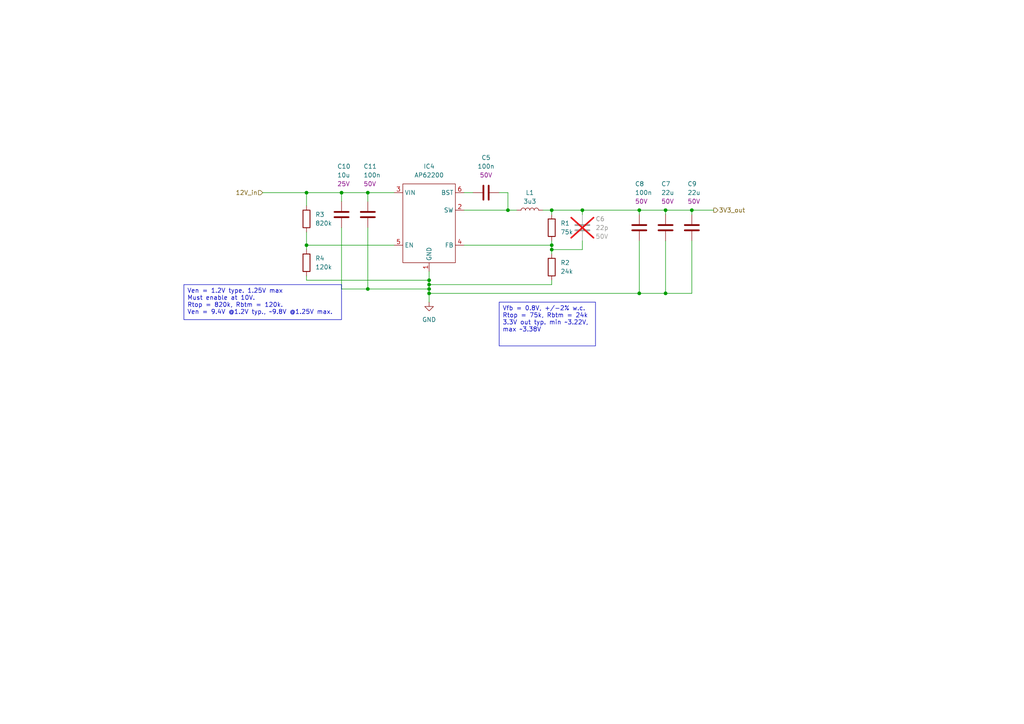
<source format=kicad_sch>
(kicad_sch (version 20250114) (generator "eeschema") (generator_version "9.0")
  (paper "A4")
  (title_block (title "5 to 3V3 stage") (date "2025-07-19") (rev "1.4") (comment 1 "https://github.com/martinroger/VXDash") (comment 2 "https://cadlab.io/projects/vxdash"))
  (lib_symbols
    (symbol "VXDash_passives:Cap_MLCC" (pin_numbers (hide yes)) (pin_names (offset 0.254))
      (property "Reference" "C" (at 2.54 2.54 0))
      (property "Value" "Cap_MLCC" (at 2.54 0 0))
      (property "Voltage" "50V" (at 2.54 -2.54 0))
      (symbol "Cap_MLCC_0_1"
        (polyline (pts (xy -2.032 0.762) (xy 2.032 0.762)) (stroke (width 0.508)))
        (polyline (pts (xy -2.032 -0.762) (xy 2.032 -0.762)) (stroke (width 0.508)))
      )
      (symbol "Cap_MLCC_1_1"
        (pin passive line (at 0 3.81 270) (length 2.794) (name "~") (number "1"))
        (pin passive line (at 0 -3.81 90) (length 2.794) (name "~") (number "2"))
      )
    )
    (symbol "VXDash_passives:Ind" (pin_numbers (hide yes)) (pin_names (offset 1.016) (hide yes))
      (property "Reference" "L" (at -2.54 5.08 0))
      (property "Value" "Ind" (at -2.54 2.54 0))
      (symbol "Ind_0_1"
        (arc (start -2.54 0) (mid -1.905 0.6323) (end -1.27 0))
        (arc (start -1.27 0) (mid -0.635 0.6323) (end 0 0))
        (arc (start 0 0) (mid 0.635 0.6323) (end 1.27 0))
        (arc (start 1.27 0) (mid 1.905 0.6323) (end 2.54 0))
      )
      (symbol "Ind_1_1"
        (pin passive line (at -3.81 0 0) (length 1.27) (name "1") (number "1"))
        (pin passive line (at 3.81 0 180) (length 1.27) (name "2") (number "2"))
      )
    )
    (symbol "VXDash_passives:Res" (pin_numbers (hide yes)) (pin_names (offset 0))
      (property "Reference" "R" (at 1.27 1.27 0))
      (property "Value" "Res" (at 1.27 -1.27 0))
      (symbol "Res_0_1"
        (rectangle (start -1.016 -2.54) (end 1.016 2.54) (stroke (width 0.254)))
      )
      (symbol "Res_1_1"
        (pin passive line (at 0 3.81 270) (length 1.27) (name "~") (number "1"))
        (pin passive line (at 0 -3.81 90) (length 1.27) (name "~") (number "2"))
      )
    )
    (symbol "VXDash_regulators:AP62200"
      (property "Reference" "IC" (at 0 3.81 0))
      (property "Value" "AP62200" (at 0 1.27 0))
      (symbol "AP62200_0_0"
        (pin power_in line (at -10.16 -2.54 0) (length 2.54) (name "VIN") (number "3"))
        (pin input line (at -10.16 -17.78 0) (length 2.54) (name "EN") (number "5"))
        (pin power_in line (at 0 -25.4 90) (length 2.54) (name "GND") (number "1"))
        (pin input line (at 10.16 -2.54 180) (length 2.54) (name "BST") (number "6"))
        (pin output line (at 10.16 -7.62 180) (length 2.54) (name "SW") (number "2"))
        (pin input line (at 10.16 -17.78 180) (length 2.54) (name "FB") (number "4"))
      )
      (symbol "AP62200_0_1"
        (rectangle (start -7.62 0) (end 7.62 -22.86))
      )
    )
    (symbol "power:GND" (power) (pin_numbers (hide yes)) (pin_names (offset 0) (hide yes))
      (property "Value" "GND" (at 0 -3.81 0))
      (symbol "GND_0_1"
        (polyline (pts (xy 0 0) (xy 0 -1.27) (xy 1.27 -1.27) (xy 0 -2.54) (xy -1.27 -1.27) (xy 0 -1.27)))
      )
      (symbol "GND_1_1"
        (pin power_in line (at 0 0 270) (length 0) (name "~") (number "1"))
      )
    )
  )
  (text_box "Ven = 1.2V type. 1.25V max\nMust enable at 10V.\nRtop = 820k, Rbtm = 120k.\nVen = 9.4V @1.2V typ., ~9.8V @1.25V max." (at 53.34 82.55 0) (size 45.72 10.16) (margins 0.9525 0.9525 0.9525 0.9525) (effects (font (size 1.27 1.27)) (justify left top)))
  (text_box "Vfb = 0.8V, +/-2% w.c.\nRtop = 75k, Rbtm = 24k\n3.3V out typ. min ~3.22V, max ~3.38V" (at 144.78 87.63 0) (size 27.94 12.7) (margins 0.9525 0.9525 0.9525 0.9525) (effects (font (size 1.27 1.27)) (justify left top)))
  (junction (at 124.46 81.28))
  (junction (at 193.04 60.96))
  (junction (at 185.42 60.96))
  (junction (at 168.91 60.96))
  (junction (at 124.46 82.55))
  (junction (at 124.46 85.09))
  (junction (at 160.02 71.12))
  (junction (at 106.68 83.82))
  (junction (at 160.02 72.39))
  (junction (at 160.02 60.96))
  (junction (at 99.06 55.88))
  (junction (at 200.66 60.96))
  (junction (at 185.42 85.09))
  (junction (at 106.68 55.88))
  (junction (at 147.32 60.96))
  (junction (at 193.04 85.09))
  (junction (at 88.9 55.88))
  (junction (at 88.9 71.12))
  (junction (at 124.46 83.82))
  (wire (pts (xy 124.46 83.82) (xy 124.46 85.09)))
  (wire (pts (xy 88.9 80.01) (xy 88.9 81.28)))
  (wire (pts (xy 160.02 71.12) (xy 160.02 72.39)))
  (wire (pts (xy 168.91 62.23) (xy 168.91 60.96)))
  (wire (pts (xy 99.06 66.04) (xy 99.06 83.82)))
  (wire (pts (xy 185.42 85.09) (xy 124.46 85.09)))
  (wire (pts (xy 160.02 72.39) (xy 160.02 73.66)))
  (wire (pts (xy 185.42 60.96) (xy 185.42 62.23)))
  (wire (pts (xy 124.46 78.74) (xy 124.46 81.28)))
  (wire (pts (xy 160.02 82.55) (xy 124.46 82.55)))
  (wire (pts (xy 106.68 83.82) (xy 124.46 83.82)))
  (wire (pts (xy 193.04 85.09) (xy 185.42 85.09)))
  (wire (pts (xy 99.06 83.82) (xy 106.68 83.82)))
  (wire (pts (xy 160.02 60.96) (xy 168.91 60.96)))
  (wire (pts (xy 160.02 60.96) (xy 160.02 62.23)))
  (wire (pts (xy 147.32 55.88) (xy 144.78 55.88)))
  (wire (pts (xy 160.02 71.12) (xy 134.62 71.12)))
  (wire (pts (xy 168.91 60.96) (xy 185.42 60.96)))
  (wire (pts (xy 88.9 55.88) (xy 88.9 59.69)))
  (wire (pts (xy 147.32 60.96) (xy 149.86 60.96)))
  (wire (pts (xy 106.68 55.88) (xy 106.68 58.42)))
  (wire (pts (xy 88.9 71.12) (xy 88.9 72.39)))
  (wire (pts (xy 160.02 69.85) (xy 160.02 71.12)))
  (wire (pts (xy 185.42 69.85) (xy 185.42 85.09)))
  (wire (pts (xy 88.9 55.88) (xy 99.06 55.88)))
  (wire (pts (xy 200.66 69.85) (xy 200.66 85.09)))
  (wire (pts (xy 76.2 55.88) (xy 88.9 55.88)))
  (wire (pts (xy 88.9 71.12) (xy 114.3 71.12)))
  (wire (pts (xy 185.42 60.96) (xy 193.04 60.96)))
  (wire (pts (xy 168.91 72.39) (xy 168.91 69.85)))
  (wire (pts (xy 124.46 81.28) (xy 124.46 82.55)))
  (wire (pts (xy 193.04 69.85) (xy 193.04 85.09)))
  (wire (pts (xy 200.66 60.96) (xy 200.66 62.23)))
  (wire (pts (xy 124.46 82.55) (xy 124.46 83.82)))
  (wire (pts (xy 200.66 60.96) (xy 207.01 60.96)))
  (wire (pts (xy 160.02 72.39) (xy 168.91 72.39)))
  (wire (pts (xy 193.04 60.96) (xy 200.66 60.96)))
  (wire (pts (xy 88.9 67.31) (xy 88.9 71.12)))
  (wire (pts (xy 106.68 66.04) (xy 106.68 83.82)))
  (wire (pts (xy 147.32 60.96) (xy 147.32 55.88)))
  (wire (pts (xy 99.06 55.88) (xy 106.68 55.88)))
  (wire (pts (xy 99.06 55.88) (xy 99.06 58.42)))
  (wire (pts (xy 106.68 55.88) (xy 114.3 55.88)))
  (wire (pts (xy 134.62 60.96) (xy 147.32 60.96)))
  (wire (pts (xy 157.48 60.96) (xy 160.02 60.96)))
  (wire (pts (xy 200.66 85.09) (xy 193.04 85.09)))
  (wire (pts (xy 124.46 85.09) (xy 124.46 87.63)))
  (wire (pts (xy 160.02 81.28) (xy 160.02 82.55)))
  (wire (pts (xy 193.04 60.96) (xy 193.04 62.23)))
  (wire (pts (xy 88.9 81.28) (xy 124.46 81.28)))
  (wire (pts (xy 134.62 55.88) (xy 137.16 55.88)))
  (hierarchical_label "3V3_out" (shape output) (at 207.01 60.96 0))
  (hierarchical_label "12V_in" (shape input) (at 76.2 55.88 180))
  (symbol (lib_id "power:GND") (at 124.46 87.63 0) (unit 1)
    (property "Reference" "#PWR011" (effects (hide yes)))
    (property "Value" "GND" (at 124.46 92.71 0))
    (property "Description" "Power symbol creates a global label with name \"GND\" , ground" (effects (hide yes)))
  )
  (symbol (lib_id "VXDash_regulators:AP62200") (at 124.46 53.34 0) (unit 1)
    (property "Reference" "IC4" (at 124.46 48.26 0))
    (property "Value" "AP62200" (at 124.46 50.8 0))
    (property "Footprint" "Package_TO_SOT_SMD:TSOT-23-6_HandSoldering" (effects (hide yes)))
    (property "Datasheet" "https://www.diodes.com/assets/Datasheets/AP62200_AP62201_AP62200T.pdf" (effects (hide yes)))
    (property "Description" "4.2V to 18V input, 2A low Iq Sync" (effects (hide yes)))
    (property "MFT" "Diodes Inc" (effects (hide yes)))
    (property "MFT_PN" "AP62200WU-7" (effects (hide yes)))
  )
  (symbol (lib_id "VXDash_passives:Cap_MLCC") (at 168.91 66.04 0) (unit 1) (dnp yes)
    (property "Reference" "C6" (at 172.72 63.4999 0) (effects (justify left)))
    (property "Value" "22p" (at 172.72 66.0399 0) (effects (justify left)))
    (property "Footprint" "Capacitor_SMD:C_0402_1005Metric_Pad0.74x0.62mm_HandSolder" (effects (hide yes)))
    (property "Voltage" "50V" (at 172.72 68.5799 0) (effects (justify left)))
    (property "Tol" "10%" (effects (hide yes)))
    (property "Dielectric" "C0G/NP0" (effects (hide yes)))
  )
  (symbol (lib_id "VXDash_passives:Res") (at 160.02 77.47 0) (unit 1)
    (property "Reference" "R2" (at 162.56 76.1999 0) (effects (justify left)))
    (property "Value" "24k" (at 162.56 78.7399 0) (effects (justify left)))
    (property "Footprint" "Resistor_SMD:R_0603_1608Metric_Pad0.98x0.95mm_HandSolder" (effects (hide yes)))
    (property "Tol" "1%" (effects (hide yes)))
    (property "Power" "100mW" (effects (hide yes)))
  )
  (symbol (lib_id "VXDash_passives:Cap_MLCC") (at 99.06 62.23 0) (mirror x) (unit 1)
    (property "Reference" "C10" (at 97.79 48.26 0) (effects (justify left)))
    (property "Value" "10u" (at 97.79 50.8 0) (effects (justify left)))
    (property "Footprint" "Capacitor_SMD:C_1206_3216Metric_Pad1.33x1.80mm_HandSolder" (effects (hide yes)))
    (property "Dielectric" "X7R" (effects (hide yes)))
    (property "Tol" "10%" (effects (hide yes)))
    (property "Voltage" "25V" (at 97.79 53.34 0) (effects (justify left)))
  )
  (symbol (lib_id "VXDash_passives:Res") (at 160.02 66.04 0) (unit 1)
    (property "Reference" "R1" (at 162.56 64.7699 0) (effects (justify left)))
    (property "Value" "75k" (at 162.56 67.3099 0) (effects (justify left)))
    (property "Footprint" "Resistor_SMD:R_0603_1608Metric_Pad0.98x0.95mm_HandSolder" (effects (hide yes)))
    (property "Tol" "1%" (effects (hide yes)))
    (property "Power" "100mW" (effects (hide yes)))
  )
  (symbol (lib_id "VXDash_passives:Res") (at 88.9 63.5 0) (unit 1)
    (property "Reference" "R3" (at 91.44 62.2299 0) (effects (justify left)))
    (property "Value" "820k" (at 91.44 64.7699 0) (effects (justify left)))
    (property "Footprint" "Resistor_SMD:R_0603_1608Metric_Pad0.98x0.95mm_HandSolder" (effects (hide yes)))
    (property "Tol" "1%" (effects (hide yes)))
    (property "Power" "100mW" (effects (hide yes)))
  )
  (symbol (lib_id "VXDash_passives:Cap_MLCC") (at 200.66 66.04 0) (unit 1)
    (property "Reference" "C9" (at 199.39 53.34 0) (effects (justify left)))
    (property "Value" "22u" (at 199.39 55.88 0) (effects (justify left)))
    (property "Footprint" "Capacitor_SMD:C_1206_3216Metric_Pad1.33x1.80mm_HandSolder" (effects (hide yes)))
    (property "Voltage" "50V" (at 199.39 58.42 0) (effects (justify left)))
    (property "Tol" "10%" (effects (hide yes)))
    (property "Dielectric" "X7R" (effects (hide yes)))
  )
  (symbol (lib_id "VXDash_passives:Cap_MLCC") (at 193.04 66.04 0) (unit 1)
    (property "Reference" "C7" (at 191.77 53.34 0) (effects (justify left)))
    (property "Value" "22u" (at 191.77 55.88 0) (effects (justify left)))
    (property "Footprint" "Capacitor_SMD:C_1206_3216Metric_Pad1.33x1.80mm_HandSolder" (effects (hide yes)))
    (property "Voltage" "50V" (at 191.77 58.42 0) (effects (justify left)))
    (property "Tol" "10%" (effects (hide yes)))
    (property "Dielectric" "X7R" (effects (hide yes)))
  )
  (symbol (lib_id "VXDash_passives:Ind") (at 153.67 60.96 0) (unit 1)
    (property "Reference" "L1" (at 153.67 55.88 0))
    (property "Value" "3u3" (at 153.67 58.42 0))
    (property "Footprint" "Inductor_SMD:L_Taiyo-Yuden_NR-50xx_HandSoldering" (effects (hide yes)))
    (property "Datasheet" "https://www.mouser.co.uk/datasheet/2/396/wound04_e-1290968.pdf" (effects (hide yes)))
    (property "MFT" "Taiyo Yuden" (effects (hide yes)))
    (property "MFT_PN" "NRS5030T3R3MMGJ" (effects (hide yes)))
    (property "Irated" "3A" (effects (hide yes)))
    (property "Isat" "3.6A" (effects (hide yes)))
    (property "DCR" "30mOhm" (effects (hide yes)))
    (property "Tolerance" "20%" (effects (hide yes)))
  )
  (symbol (lib_id "VXDash_passives:Res") (at 88.9 76.2 0) (unit 1)
    (property "Reference" "R4" (at 91.44 74.9299 0) (effects (justify left)))
    (property "Value" "120k" (at 91.44 77.4699 0) (effects (justify left)))
    (property "Footprint" "Resistor_SMD:R_0603_1608Metric_Pad0.98x0.95mm_HandSolder" (effects (hide yes)))
    (property "Tol" "1%" (effects (hide yes)))
    (property "Power" "100mW" (effects (hide yes)))
  )
  (symbol (lib_id "VXDash_passives:Cap_MLCC") (at 106.68 62.23 0) (mirror x) (unit 1)
    (property "Reference" "C11" (at 105.41 48.26 0) (effects (justify left)))
    (property "Value" "100n" (at 105.41 50.8 0) (effects (justify left)))
    (property "Dielectric" "X7R" (effects (hide yes)))
    (property "Tol" "10%" (effects (hide yes)))
    (property "Voltage" "50V" (at 105.41 53.34 0) (effects (justify left)))
  )
  (symbol (lib_id "VXDash_passives:Cap_MLCC") (at 140.97 55.88 270) (mirror x) (unit 1)
    (property "Reference" "C5" (at 140.97 45.72 90))
    (property "Value" "100n" (at 140.97 48.26 90))
    (property "Dielectric" "X7R" (effects (hide yes)))
    (property "Tol" "10%" (effects (hide yes)))
    (property "Voltage" "50V" (at 140.97 50.8 90))
  )
  (symbol (lib_id "VXDash_passives:Cap_MLCC") (at 185.42 66.04 0) (mirror x) (unit 1)
    (property "Reference" "C8" (at 184.15 53.34 0) (effects (justify left)))
    (property "Value" "100n" (at 184.15 55.88 0) (effects (justify left)))
    (property "Dielectric" "X7R" (effects (hide yes)))
    (property "Tol" "10%" (effects (hide yes)))
    (property "Voltage" "50V" (at 184.15 58.42 0) (effects (justify left)))
  )
)
</source>
